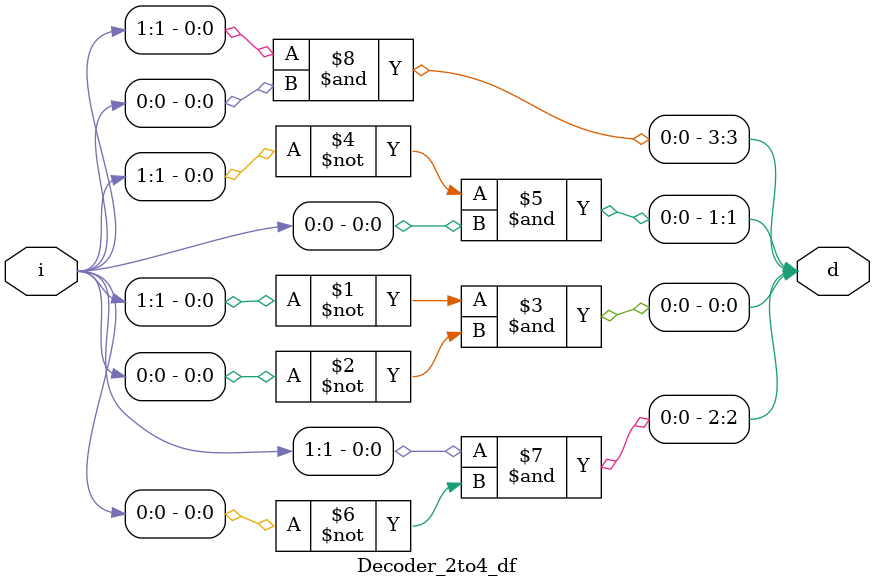
<source format=v>
`timescale 1ns / 1ps


module Decoder_2to4_df(d,i);
input [1:0]i;
output [3:0]d;

assign d[0] = (~i[1])&(~i[0]);
assign d[1] = (~i[1])&(i[0]);
assign d[2] = (i[1])&(~i[0]);
assign d[3] = (i[1])&(i[0]);
endmodule

</source>
